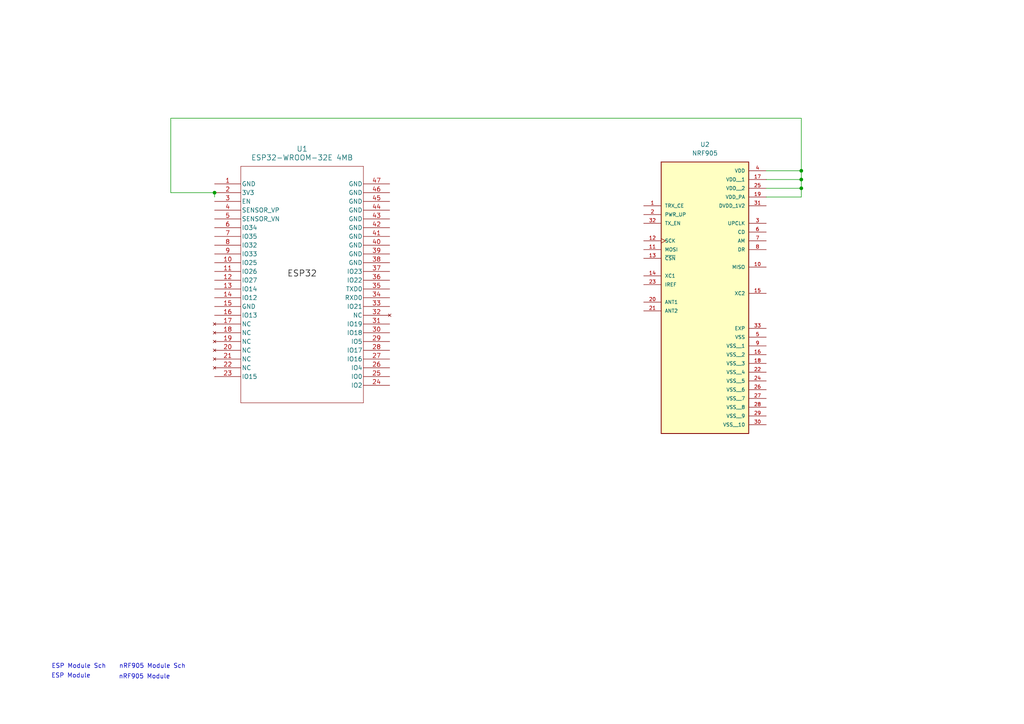
<source format=kicad_sch>
(kicad_sch (version 20231120) (generator "eeschema") (generator_version "8.0")
  (paper "A4")
  (title_block (title "Two-Way Communication Link in the Sub-GHz Band") (date "2025-02-02") (rev "v0.1"))
  (lib_symbols
    (symbol "2025-02-02_16-07-39:ESP32-WROOM-32E_4MB" (pin_names (offset 0.254))
      (property "Reference" "U" (at 25.4 10.16 0))
      (property "Value" "ESP32-WROOM-32E 4MB" (at 25.4 7.62 0))
      (symbol "ESP32-WROOM-32E_4MB_0_1"
        (polyline (pts (xy 7.62 -63.5) (xy 43.18 -63.5)) (stroke (width 0.127)))
        (polyline (pts (xy 7.62 5.08) (xy 7.62 -63.5)) (stroke (width 0.127)))
        (polyline (pts (xy 43.18 -63.5) (xy 43.18 5.08)) (stroke (width 0.127)))
        (polyline (pts (xy 43.18 5.08) (xy 7.62 5.08)) (stroke (width 0.127)))
        (pin power_out line (at 0 0 0) (length 7.62) (name "GND") (number "1"))
        (pin bidirectional line (at 0 -22.86 0) (length 7.62) (name "IO25") (number "10"))
        (pin bidirectional line (at 0 -25.4 0) (length 7.62) (name "IO26") (number "11"))
        (pin bidirectional line (at 0 -27.94 0) (length 7.62) (name "IO27") (number "12"))
        (pin bidirectional line (at 0 -30.48 0) (length 7.62) (name "IO14") (number "13"))
        (pin bidirectional line (at 0 -33.02 0) (length 7.62) (name "IO12") (number "14"))
        (pin power_out line (at 0 -35.56 0) (length 7.62) (name "GND") (number "15"))
        (pin bidirectional line (at 0 -38.1 0) (length 7.62) (name "IO13") (number "16"))
        (pin no_connect line (at 0 -40.64 0) (length 7.62) (name "NC") (number "17"))
        (pin no_connect line (at 0 -43.18 0) (length 7.62) (name "NC") (number "18"))
        (pin no_connect line (at 0 -45.72 0) (length 7.62) (name "NC") (number "19"))
        (pin power_in line (at 0 -2.54 0) (length 7.62) (name "3V3") (number "2"))
        (pin no_connect line (at 0 -48.26 0) (length 7.62) (name "NC") (number "20"))
        (pin no_connect line (at 0 -50.8 0) (length 7.62) (name "NC") (number "21"))
        (pin no_connect line (at 0 -53.34 0) (length 7.62) (name "NC") (number "22"))
        (pin bidirectional line (at 0 -55.88 0) (length 7.62) (name "IO15") (number "23"))
        (pin bidirectional line (at 50.8 -58.42 180) (length 7.62) (name "IO2") (number "24"))
        (pin bidirectional line (at 50.8 -55.88 180) (length 7.62) (name "IO0") (number "25"))
        (pin bidirectional line (at 50.8 -53.34 180) (length 7.62) (name "IO4") (number "26"))
        (pin bidirectional line (at 50.8 -50.8 180) (length 7.62) (name "IO16") (number "27"))
        (pin bidirectional line (at 50.8 -48.26 180) (length 7.62) (name "IO17") (number "28"))
        (pin bidirectional line (at 50.8 -45.72 180) (length 7.62) (name "IO5") (number "29"))
        (pin input line (at 0 -5.08 0) (length 7.62) (name "EN") (number "3"))
        (pin bidirectional line (at 50.8 -43.18 180) (length 7.62) (name "IO18") (number "30"))
        (pin bidirectional line (at 50.8 -40.64 180) (length 7.62) (name "IO19") (number "31"))
        (pin no_connect line (at 50.8 -38.1 180) (length 7.62) (name "NC") (number "32"))
        (pin bidirectional line (at 50.8 -35.56 180) (length 7.62) (name "IO21") (number "33"))
        (pin bidirectional line (at 50.8 -33.02 180) (length 7.62) (name "RXD0") (number "34"))
        (pin bidirectional line (at 50.8 -30.48 180) (length 7.62) (name "TXD0") (number "35"))
        (pin bidirectional line (at 50.8 -27.94 180) (length 7.62) (name "IO22") (number "36"))
        (pin bidirectional line (at 50.8 -25.4 180) (length 7.62) (name "IO23") (number "37"))
        (pin power_out line (at 50.8 -22.86 180) (length 7.62) (name "GND") (number "38"))
        (pin power_out line (at 50.8 -20.32 180) (length 7.62) (name "GND") (number "39"))
        (pin input line (at 0 -7.62 0) (length 7.62) (name "SENSOR_VP") (number "4"))
        (pin power_out line (at 50.8 -17.78 180) (length 7.62) (name "GND") (number "40"))
        (pin power_out line (at 50.8 -15.24 180) (length 7.62) (name "GND") (number "41"))
        (pin power_out line (at 50.8 -12.7 180) (length 7.62) (name "GND") (number "42"))
        (pin power_out line (at 50.8 -10.16 180) (length 7.62) (name "GND") (number "43"))
        (pin power_out line (at 50.8 -7.62 180) (length 7.62) (name "GND") (number "44"))
        (pin power_out line (at 50.8 -5.08 180) (length 7.62) (name "GND") (number "45"))
        (pin power_out line (at 50.8 -2.54 180) (length 7.62) (name "GND") (number "46"))
        (pin power_out line (at 50.8 0 180) (length 7.62) (name "GND") (number "47"))
        (pin input line (at 0 -10.16 0) (length 7.62) (name "SENSOR_VN") (number "5"))
        (pin input line (at 0 -12.7 0) (length 7.62) (name "IO34") (number "6"))
        (pin input line (at 0 -15.24 0) (length 7.62) (name "IO35") (number "7"))
        (pin bidirectional line (at 0 -17.78 0) (length 7.62) (name "IO32") (number "8"))
        (pin bidirectional line (at 0 -20.32 0) (length 7.62) (name "IO33") (number "9"))
      )
      (symbol "ESP32-WROOM-32E_4MB_1_1"
        (text "ESP32" (at 25.4 -25.908 0) (effects (font (size 1.778 1.778))))
      )
    )
    (symbol "NRF905:NRF905" (pin_names (offset 1.016))
      (property "Reference" "U" (at -12.7094 24.1478 0))
      (property "Value" "NRF905" (at -12.7059 -59.7036 0))
      (symbol "NRF905_0_0"
        (rectangle (start -12.7 -55.88) (end 12.7 22.86) (stroke (width 0.254)) (fill (type background)))
        (pin input line (at -17.78 10.16 0) (length 5.08) (name "TRX_CE") (number "1"))
        (pin output line (at 17.78 -7.62 180) (length 5.08) (name "MISO") (number "10"))
        (pin input line (at -17.78 -2.54 0) (length 5.08) (name "MOSI") (number "11"))
        (pin input clock (at -17.78 0 0) (length 5.08) (name "SCK") (number "12"))
        (pin input line (at -17.78 -5.08 0) (length 5.08) (name "~{CSN}") (number "13"))
        (pin input line (at -17.78 -10.16 0) (length 5.08) (name "XC1") (number "14"))
        (pin output line (at 17.78 -15.24 180) (length 5.08) (name "XC2") (number "15"))
        (pin power_in line (at 17.78 -33.02 180) (length 5.08) (name "VSS__2") (number "16"))
        (pin power_in line (at 17.78 17.78 180) (length 5.08) (name "VDD__1") (number "17"))
        (pin power_in line (at 17.78 -35.56 180) (length 5.08) (name "VSS__3") (number "18"))
        (pin power_in line (at 17.78 12.7 180) (length 5.08) (name "VDD_PA") (number "19"))
        (pin input line (at -17.78 7.62 0) (length 5.08) (name "PWR_UP") (number "2"))
        (pin passive line (at -17.78 -17.78 0) (length 5.08) (name "ANT1") (number "20"))
        (pin passive line (at -17.78 -20.32 0) (length 5.08) (name "ANT2") (number "21"))
        (pin power_in line (at 17.78 -38.1 180) (length 5.08) (name "VSS__4") (number "22"))
        (pin input line (at -17.78 -12.7 0) (length 5.08) (name "IREF") (number "23"))
        (pin power_in line (at 17.78 -40.64 180) (length 5.08) (name "VSS__5") (number "24"))
        (pin power_in line (at 17.78 15.24 180) (length 5.08) (name "VDD__2") (number "25"))
        (pin power_in line (at 17.78 -43.18 180) (length 5.08) (name "VSS__6") (number "26"))
        (pin power_in line (at 17.78 -45.72 180) (length 5.08) (name "VSS__7") (number "27"))
        (pin power_in line (at 17.78 -48.26 180) (length 5.08) (name "VSS__8") (number "28"))
        (pin power_in line (at 17.78 -50.8 180) (length 5.08) (name "VSS__9") (number "29"))
        (pin output line (at 17.78 5.08 180) (length 5.08) (name "UPCLK") (number "3"))
        (pin power_in line (at 17.78 -53.34 180) (length 5.08) (name "VSS__10") (number "30"))
        (pin power_in line (at 17.78 10.16 180) (length 5.08) (name "DVDD_1V2") (number "31"))
        (pin input line (at -17.78 5.08 0) (length 5.08) (name "TX_EN") (number "32"))
        (pin power_in line (at 17.78 -25.4 180) (length 5.08) (name "EXP") (number "33"))
        (pin power_in line (at 17.78 20.32 180) (length 5.08) (name "VDD") (number "4"))
        (pin power_in line (at 17.78 -27.94 180) (length 5.08) (name "VSS") (number "5"))
        (pin output line (at 17.78 2.54 180) (length 5.08) (name "CD") (number "6"))
        (pin output line (at 17.78 0 180) (length 5.08) (name "AM") (number "7"))
        (pin output line (at 17.78 -2.54 180) (length 5.08) (name "DR") (number "8"))
        (pin power_in line (at 17.78 -30.48 180) (length 5.08) (name "VSS__1") (number "9"))
      )
    )
  )
  (junction (at 62.23 55.88))
  (junction (at 232.41 54.61))
  (junction (at 232.41 49.53))
  (junction (at 232.41 52.07))
  (wire (pts (xy 49.53 55.88) (xy 49.53 34.29)))
  (wire (pts (xy 232.41 49.53) (xy 232.41 52.07)))
  (wire (pts (xy 232.41 52.07) (xy 232.41 54.61)))
  (wire (pts (xy 49.53 34.29) (xy 232.41 34.29)))
  (wire (pts (xy 232.41 49.53) (xy 222.25 49.53)))
  (wire (pts (xy 232.41 52.07) (xy 222.25 52.07)))
  (wire (pts (xy 232.41 57.15) (xy 222.25 57.15)))
  (wire (pts (xy 62.23 55.88) (xy 62.23 57.15)))
  (wire (pts (xy 232.41 54.61) (xy 232.41 57.15)))
  (wire (pts (xy 62.23 55.88) (xy 49.53 55.88)))
  (wire (pts (xy 232.41 34.29) (xy 232.41 49.53)))
  (wire (pts (xy 232.41 54.61) (xy 222.25 54.61)))
  (text "nRF905 Module Sch" (at 44.196 193.294 0) (effects (font (size 1.27 1.27))))
  (text "ESP Module Sch" (at 22.86 193.294 0) (effects (font (size 1.27 1.27))))
  (text "ESP Module" (at 20.574 196.088 0) (effects (font (size 1.27 1.27))))
  (text "nRF905 Module" (at 41.91 196.342 0) (effects (font (size 1.27 1.27))))
  (symbol (lib_id "NRF905:NRF905") (at 204.47 69.85 0) (unit 1)
    (property "Reference" "U2" (at 204.47 41.91 0))
    (property "Value" "NRF905" (at 204.47 44.45 0))
    (property "Footprint" "NRF905" (effects (hide yes)))
    (property "MANUFACTURER" "Nordic Semiconductor" (effects (hide yes)))
  )
  (symbol (lib_id "2025-02-02_16-07-39:ESP32-WROOM-32E_4MB") (at 62.23 53.34 0) (unit 1)
    (property "Reference" "U1" (at 87.63 43.18 0) (effects (font (size 1.524 1.524))))
    (property "Value" "ESP32-WROOM-32E 4MB" (at 87.63 45.72 0) (effects (font (size 1.524 1.524))))
    (property "Datasheet" "ESP32-WROOM-32E 4MB" (effects (hide yes)))
  )
)
</source>
